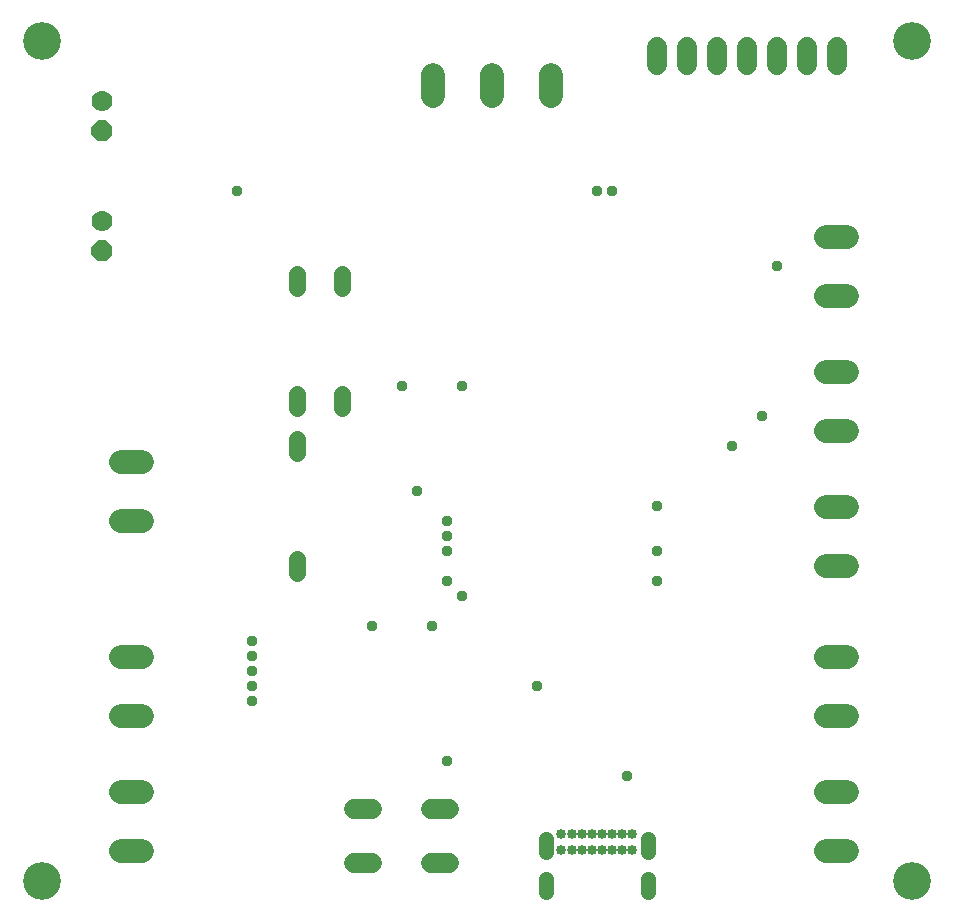
<source format=gbr>
G04 EAGLE Gerber RS-274X export*
G75*
%MOMM*%
%FSLAX34Y34*%
%LPD*%
%INSoldermask Bottom*%
%IPPOS*%
%AMOC8*
5,1,8,0,0,1.08239X$1,22.5*%
G01*
%ADD10C,3.203194*%
%ADD11P,1.924489X8X292.500000*%
%ADD12C,1.778000*%
%ADD13C,1.422400*%
%ADD14C,1.727200*%
%ADD15C,1.993900*%
%ADD16C,0.853200*%
%ADD17C,1.311200*%
%ADD18C,0.959600*%


D10*
X25400Y25400D03*
X25400Y736600D03*
X762000Y25400D03*
X762000Y736600D03*
D11*
X76200Y558800D03*
D12*
X76200Y584200D03*
D11*
X76200Y660400D03*
D12*
X76200Y685800D03*
D13*
X241300Y539496D02*
X241300Y527304D01*
X241300Y437896D02*
X241300Y425704D01*
X241300Y298196D02*
X241300Y286004D01*
X241300Y387604D02*
X241300Y399796D01*
X279400Y425704D02*
X279400Y437896D01*
X279400Y527304D02*
X279400Y539496D01*
D14*
X290068Y86106D02*
X305308Y86106D01*
X305308Y40894D02*
X290068Y40894D01*
X355092Y86106D02*
X370332Y86106D01*
X370332Y40894D02*
X355092Y40894D01*
X546100Y716280D02*
X546100Y731520D01*
X571500Y731520D02*
X571500Y716280D01*
X596900Y716280D02*
X596900Y731520D01*
X622300Y731520D02*
X622300Y716280D01*
X647700Y716280D02*
X647700Y731520D01*
X673100Y731520D02*
X673100Y716280D01*
X698500Y716280D02*
X698500Y731520D01*
D15*
X110554Y330600D02*
X92647Y330600D01*
X92647Y380600D02*
X110554Y380600D01*
X689547Y292500D02*
X707454Y292500D01*
X707454Y342500D02*
X689547Y342500D01*
X689547Y406800D02*
X707454Y406800D01*
X707454Y456800D02*
X689547Y456800D01*
X689547Y521100D02*
X707454Y521100D01*
X707454Y571100D02*
X689547Y571100D01*
X689547Y165500D02*
X707454Y165500D01*
X707454Y215500D02*
X689547Y215500D01*
X689547Y51200D02*
X707454Y51200D01*
X707454Y101200D02*
X689547Y101200D01*
X456400Y689747D02*
X456400Y707654D01*
X406400Y707654D02*
X406400Y689747D01*
X356400Y689747D02*
X356400Y707654D01*
X110554Y165500D02*
X92647Y165500D01*
X92647Y215500D02*
X110554Y215500D01*
X110554Y51200D02*
X92647Y51200D01*
X92647Y101200D02*
X110554Y101200D01*
D16*
X465550Y65650D03*
X474050Y65650D03*
X482550Y65650D03*
X491050Y65650D03*
X499550Y65650D03*
X508050Y65650D03*
X516550Y65650D03*
X525050Y65650D03*
X525050Y52150D03*
X516550Y52150D03*
X508050Y52150D03*
X499550Y52150D03*
X491050Y52150D03*
X482550Y52150D03*
X474050Y52150D03*
X465550Y52150D03*
D17*
X452050Y50310D02*
X452050Y61390D01*
X538550Y61390D02*
X538550Y50310D01*
X538550Y27590D02*
X538550Y16510D01*
X452050Y16510D02*
X452050Y27590D01*
D18*
X342900Y355600D03*
X304800Y241300D03*
X381000Y266700D03*
X381000Y444500D03*
X190500Y609600D03*
X330200Y444500D03*
X444500Y190500D03*
X368300Y127000D03*
X647700Y546100D03*
X520700Y114300D03*
X609600Y393700D03*
X635000Y419100D03*
X495300Y609600D03*
X508000Y609600D03*
X546100Y279400D03*
X546100Y304800D03*
X546100Y342900D03*
X368300Y304800D03*
X203200Y190500D03*
X355600Y241300D03*
X203200Y177800D03*
X368300Y279400D03*
X203200Y203200D03*
X368300Y330200D03*
X203200Y228600D03*
X368300Y317500D03*
X203200Y215900D03*
M02*

</source>
